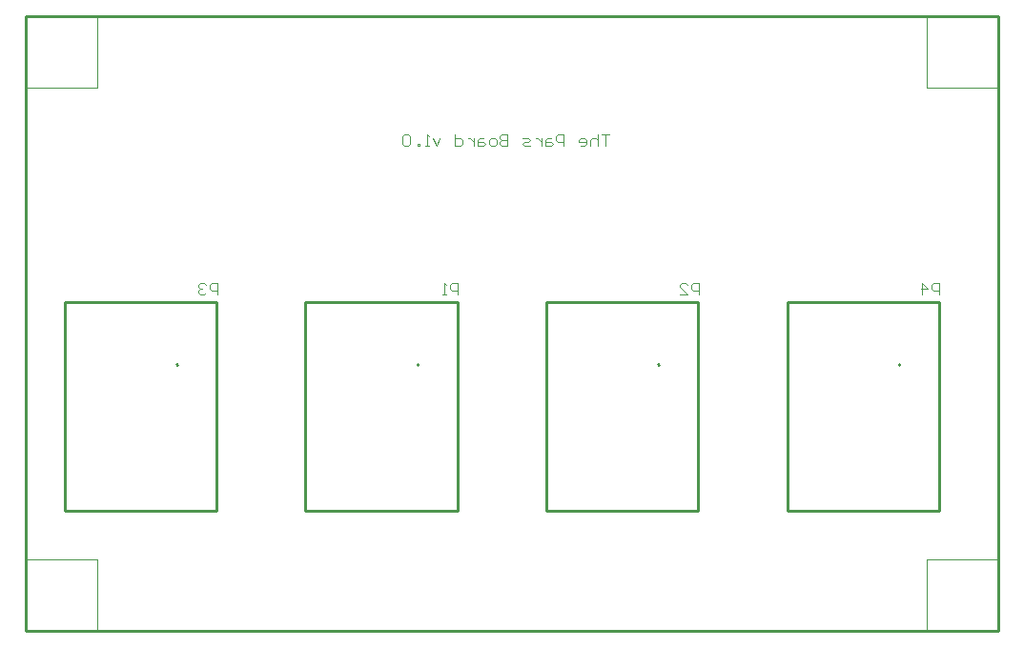
<source format=gbo>
G04 Layer_Color=32896*
%FSLAX43Y43*%
%MOMM*%
G71*
G01*
G75*
%ADD19C,0.100*%
%ADD20C,0.254*%
D19*
X51775Y44100D02*
X51109D01*
X51442D01*
Y43100D01*
X50775Y44100D02*
Y43100D01*
Y43600D01*
X50609Y43766D01*
X50275D01*
X50109Y43600D01*
Y43100D01*
X49276D02*
X49609D01*
X49776Y43267D01*
Y43600D01*
X49609Y43766D01*
X49276D01*
X49109Y43600D01*
Y43433D01*
X49776D01*
X47776Y43100D02*
Y44100D01*
X47276D01*
X47110Y43933D01*
Y43600D01*
X47276Y43433D01*
X47776D01*
X46610Y43766D02*
X46277D01*
X46110Y43600D01*
Y43100D01*
X46610D01*
X46777Y43267D01*
X46610Y43433D01*
X46110D01*
X45777Y43766D02*
Y43100D01*
Y43433D01*
X45610Y43600D01*
X45444Y43766D01*
X45277D01*
X44777Y43100D02*
X44277D01*
X44111Y43267D01*
X44277Y43433D01*
X44611D01*
X44777Y43600D01*
X44611Y43766D01*
X44111D01*
X42778Y44100D02*
Y43100D01*
X42278D01*
X42111Y43267D01*
Y43433D01*
X42278Y43600D01*
X42778D01*
X42278D01*
X42111Y43766D01*
Y43933D01*
X42278Y44100D01*
X42778D01*
X41612Y43100D02*
X41278D01*
X41112Y43267D01*
Y43600D01*
X41278Y43766D01*
X41612D01*
X41778Y43600D01*
Y43267D01*
X41612Y43100D01*
X40612Y43766D02*
X40279D01*
X40112Y43600D01*
Y43100D01*
X40612D01*
X40779Y43267D01*
X40612Y43433D01*
X40112D01*
X39779Y43766D02*
Y43100D01*
Y43433D01*
X39612Y43600D01*
X39446Y43766D01*
X39279D01*
X38113Y44100D02*
Y43100D01*
X38613D01*
X38779Y43267D01*
Y43600D01*
X38613Y43766D01*
X38113D01*
X36780D02*
X36447Y43100D01*
X36113Y43766D01*
X35780Y43100D02*
X35447D01*
X35614D01*
Y44100D01*
X35780Y43933D01*
X34947Y43100D02*
Y43267D01*
X34780D01*
Y43100D01*
X34947D01*
X34114Y43933D02*
X33947Y44100D01*
X33614D01*
X33448Y43933D01*
Y43267D01*
X33614Y43100D01*
X33947D01*
X34114Y43267D01*
Y43933D01*
X38352Y29954D02*
Y30954D01*
X37853D01*
X37686Y30787D01*
Y30454D01*
X37853Y30287D01*
X38352D01*
X37353Y29954D02*
X37020D01*
X37186D01*
Y30954D01*
X37353Y30787D01*
X81119Y29954D02*
Y30954D01*
X80619D01*
X80453Y30787D01*
Y30454D01*
X80619Y30287D01*
X81119D01*
X79620Y29954D02*
Y30954D01*
X80119Y30454D01*
X79453D01*
X16969Y29954D02*
Y30954D01*
X16469D01*
X16303Y30787D01*
Y30454D01*
X16469Y30287D01*
X16969D01*
X15969Y30787D02*
X15803Y30954D01*
X15470D01*
X15303Y30787D01*
Y30621D01*
X15470Y30454D01*
X15636D01*
X15470D01*
X15303Y30287D01*
Y30121D01*
X15470Y29954D01*
X15803D01*
X15969Y30121D01*
X59736Y29954D02*
Y30954D01*
X59236D01*
X59069Y30787D01*
Y30454D01*
X59236Y30287D01*
X59736D01*
X58070Y29954D02*
X58736D01*
X58070Y30621D01*
Y30787D01*
X58236Y30954D01*
X58569D01*
X58736Y30787D01*
X80010Y48260D02*
X86360D01*
X80010D02*
Y54610D01*
Y0D02*
Y6350D01*
X86360D01*
X0Y48260D02*
X6350D01*
Y54610D01*
Y0D02*
Y6350D01*
X0D02*
X6350D01*
D20*
X24833Y10725D02*
X38333D01*
X34783Y23700D02*
X34808Y23675D01*
X24833Y29225D02*
X38333D01*
X24833Y10725D02*
Y29225D01*
X38333Y10725D02*
Y29225D01*
X67600Y10725D02*
X81100D01*
X77550Y23700D02*
X77575Y23675D01*
X67600Y29225D02*
X81100D01*
X67600Y10725D02*
Y29225D01*
X81100Y10725D02*
Y29225D01*
X3450Y10725D02*
X16950D01*
X13400Y23700D02*
X13425Y23675D01*
X3450Y29225D02*
X16950D01*
X3450Y10725D02*
Y29225D01*
X16950Y10725D02*
Y29225D01*
X46217Y10725D02*
X59717D01*
X56167Y23700D02*
X56192Y23675D01*
X46217Y29225D02*
X59717D01*
X46217Y10725D02*
Y29225D01*
X59717Y10725D02*
Y29225D01*
X0Y54610D02*
X86360D01*
Y0D02*
Y54610D01*
X0Y0D02*
X86360D01*
X0D02*
Y54610D01*
M02*

</source>
